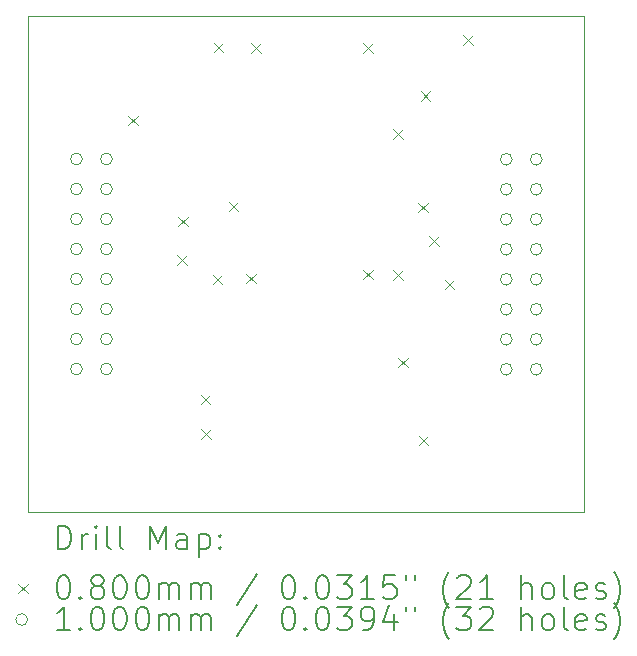
<source format=gbr>
%FSLAX45Y45*%
G04 Gerber Fmt 4.5, Leading zero omitted, Abs format (unit mm)*
G04 Created by KiCad (PCBNEW (6.0.6)) date 2023-08-29 14:40:33*
%MOMM*%
%LPD*%
G01*
G04 APERTURE LIST*
%TA.AperFunction,Profile*%
%ADD10C,0.100000*%
%TD*%
%ADD11C,0.200000*%
%ADD12C,0.080000*%
%ADD13C,0.100000*%
G04 APERTURE END LIST*
D10*
X7572500Y-3170000D02*
X12277500Y-3170000D01*
X12277500Y-3170000D02*
X12277500Y-7370000D01*
X12277500Y-7370000D02*
X7572500Y-7370000D01*
X7572500Y-7370000D02*
X7572500Y-3170000D01*
D11*
D12*
X8420000Y-4015000D02*
X8500000Y-4095000D01*
X8500000Y-4015000D02*
X8420000Y-4095000D01*
X8835000Y-5195000D02*
X8915000Y-5275000D01*
X8915000Y-5195000D02*
X8835000Y-5275000D01*
X8845000Y-4870000D02*
X8925000Y-4950000D01*
X8925000Y-4870000D02*
X8845000Y-4950000D01*
X9035000Y-6375000D02*
X9115000Y-6455000D01*
X9115000Y-6375000D02*
X9035000Y-6455000D01*
X9040000Y-6670000D02*
X9120000Y-6750000D01*
X9120000Y-6670000D02*
X9040000Y-6750000D01*
X9134000Y-5361000D02*
X9214000Y-5441000D01*
X9214000Y-5361000D02*
X9134000Y-5441000D01*
X9143000Y-3395000D02*
X9223000Y-3475000D01*
X9223000Y-3395000D02*
X9143000Y-3475000D01*
X9270000Y-4740000D02*
X9350000Y-4820000D01*
X9350000Y-4740000D02*
X9270000Y-4820000D01*
X9420000Y-5350000D02*
X9500000Y-5430000D01*
X9500000Y-5350000D02*
X9420000Y-5430000D01*
X9460000Y-3399000D02*
X9540000Y-3479000D01*
X9540000Y-3399000D02*
X9460000Y-3479000D01*
X10410000Y-3399000D02*
X10490000Y-3479000D01*
X10490000Y-3399000D02*
X10410000Y-3479000D01*
X10411000Y-5319000D02*
X10491000Y-5399000D01*
X10491000Y-5319000D02*
X10411000Y-5399000D01*
X10662000Y-5324000D02*
X10742000Y-5404000D01*
X10742000Y-5324000D02*
X10662000Y-5404000D01*
X10665000Y-4130000D02*
X10745000Y-4210000D01*
X10745000Y-4130000D02*
X10665000Y-4210000D01*
X10705000Y-6065000D02*
X10785000Y-6145000D01*
X10785000Y-6065000D02*
X10705000Y-6145000D01*
X10875000Y-4750000D02*
X10955000Y-4830000D01*
X10955000Y-4750000D02*
X10875000Y-4830000D01*
X10880000Y-6725000D02*
X10960000Y-6805000D01*
X10960000Y-6725000D02*
X10880000Y-6805000D01*
X10895000Y-3805000D02*
X10975000Y-3885000D01*
X10975000Y-3805000D02*
X10895000Y-3885000D01*
X10970000Y-5035000D02*
X11050000Y-5115000D01*
X11050000Y-5035000D02*
X10970000Y-5115000D01*
X11100000Y-5403000D02*
X11180000Y-5483000D01*
X11180000Y-5403000D02*
X11100000Y-5483000D01*
X11257000Y-3333000D02*
X11337000Y-3413000D01*
X11337000Y-3333000D02*
X11257000Y-3413000D01*
D13*
X8031000Y-4379500D02*
G75*
G03*
X8031000Y-4379500I-50000J0D01*
G01*
X8031000Y-4633500D02*
G75*
G03*
X8031000Y-4633500I-50000J0D01*
G01*
X8031000Y-4887500D02*
G75*
G03*
X8031000Y-4887500I-50000J0D01*
G01*
X8031000Y-5141500D02*
G75*
G03*
X8031000Y-5141500I-50000J0D01*
G01*
X8031000Y-5395500D02*
G75*
G03*
X8031000Y-5395500I-50000J0D01*
G01*
X8031000Y-5649500D02*
G75*
G03*
X8031000Y-5649500I-50000J0D01*
G01*
X8031000Y-5903500D02*
G75*
G03*
X8031000Y-5903500I-50000J0D01*
G01*
X8031000Y-6157500D02*
G75*
G03*
X8031000Y-6157500I-50000J0D01*
G01*
X8285000Y-4379500D02*
G75*
G03*
X8285000Y-4379500I-50000J0D01*
G01*
X8285000Y-4633500D02*
G75*
G03*
X8285000Y-4633500I-50000J0D01*
G01*
X8285000Y-4887500D02*
G75*
G03*
X8285000Y-4887500I-50000J0D01*
G01*
X8285000Y-5141500D02*
G75*
G03*
X8285000Y-5141500I-50000J0D01*
G01*
X8285000Y-5395500D02*
G75*
G03*
X8285000Y-5395500I-50000J0D01*
G01*
X8285000Y-5649500D02*
G75*
G03*
X8285000Y-5649500I-50000J0D01*
G01*
X8285000Y-5903500D02*
G75*
G03*
X8285000Y-5903500I-50000J0D01*
G01*
X8285000Y-6157500D02*
G75*
G03*
X8285000Y-6157500I-50000J0D01*
G01*
X11670000Y-4382500D02*
G75*
G03*
X11670000Y-4382500I-50000J0D01*
G01*
X11670000Y-4636500D02*
G75*
G03*
X11670000Y-4636500I-50000J0D01*
G01*
X11670000Y-4890500D02*
G75*
G03*
X11670000Y-4890500I-50000J0D01*
G01*
X11670000Y-5144500D02*
G75*
G03*
X11670000Y-5144500I-50000J0D01*
G01*
X11670000Y-5398500D02*
G75*
G03*
X11670000Y-5398500I-50000J0D01*
G01*
X11670000Y-5652500D02*
G75*
G03*
X11670000Y-5652500I-50000J0D01*
G01*
X11670000Y-5906500D02*
G75*
G03*
X11670000Y-5906500I-50000J0D01*
G01*
X11670000Y-6160500D02*
G75*
G03*
X11670000Y-6160500I-50000J0D01*
G01*
X11924000Y-4382500D02*
G75*
G03*
X11924000Y-4382500I-50000J0D01*
G01*
X11924000Y-4636500D02*
G75*
G03*
X11924000Y-4636500I-50000J0D01*
G01*
X11924000Y-4890500D02*
G75*
G03*
X11924000Y-4890500I-50000J0D01*
G01*
X11924000Y-5144500D02*
G75*
G03*
X11924000Y-5144500I-50000J0D01*
G01*
X11924000Y-5398500D02*
G75*
G03*
X11924000Y-5398500I-50000J0D01*
G01*
X11924000Y-5652500D02*
G75*
G03*
X11924000Y-5652500I-50000J0D01*
G01*
X11924000Y-5906500D02*
G75*
G03*
X11924000Y-5906500I-50000J0D01*
G01*
X11924000Y-6160500D02*
G75*
G03*
X11924000Y-6160500I-50000J0D01*
G01*
D11*
X7825119Y-7685476D02*
X7825119Y-7485476D01*
X7872738Y-7485476D01*
X7901309Y-7495000D01*
X7920357Y-7514048D01*
X7929881Y-7533095D01*
X7939405Y-7571190D01*
X7939405Y-7599762D01*
X7929881Y-7637857D01*
X7920357Y-7656905D01*
X7901309Y-7675952D01*
X7872738Y-7685476D01*
X7825119Y-7685476D01*
X8025119Y-7685476D02*
X8025119Y-7552143D01*
X8025119Y-7590238D02*
X8034643Y-7571190D01*
X8044167Y-7561667D01*
X8063214Y-7552143D01*
X8082262Y-7552143D01*
X8148928Y-7685476D02*
X8148928Y-7552143D01*
X8148928Y-7485476D02*
X8139405Y-7495000D01*
X8148928Y-7504524D01*
X8158452Y-7495000D01*
X8148928Y-7485476D01*
X8148928Y-7504524D01*
X8272738Y-7685476D02*
X8253690Y-7675952D01*
X8244167Y-7656905D01*
X8244167Y-7485476D01*
X8377500Y-7685476D02*
X8358452Y-7675952D01*
X8348928Y-7656905D01*
X8348928Y-7485476D01*
X8606071Y-7685476D02*
X8606071Y-7485476D01*
X8672738Y-7628333D01*
X8739405Y-7485476D01*
X8739405Y-7685476D01*
X8920357Y-7685476D02*
X8920357Y-7580714D01*
X8910833Y-7561667D01*
X8891786Y-7552143D01*
X8853690Y-7552143D01*
X8834643Y-7561667D01*
X8920357Y-7675952D02*
X8901310Y-7685476D01*
X8853690Y-7685476D01*
X8834643Y-7675952D01*
X8825119Y-7656905D01*
X8825119Y-7637857D01*
X8834643Y-7618809D01*
X8853690Y-7609286D01*
X8901310Y-7609286D01*
X8920357Y-7599762D01*
X9015595Y-7552143D02*
X9015595Y-7752143D01*
X9015595Y-7561667D02*
X9034643Y-7552143D01*
X9072738Y-7552143D01*
X9091786Y-7561667D01*
X9101310Y-7571190D01*
X9110833Y-7590238D01*
X9110833Y-7647381D01*
X9101310Y-7666428D01*
X9091786Y-7675952D01*
X9072738Y-7685476D01*
X9034643Y-7685476D01*
X9015595Y-7675952D01*
X9196548Y-7666428D02*
X9206071Y-7675952D01*
X9196548Y-7685476D01*
X9187024Y-7675952D01*
X9196548Y-7666428D01*
X9196548Y-7685476D01*
X9196548Y-7561667D02*
X9206071Y-7571190D01*
X9196548Y-7580714D01*
X9187024Y-7571190D01*
X9196548Y-7561667D01*
X9196548Y-7580714D01*
D12*
X7487500Y-7975000D02*
X7567500Y-8055000D01*
X7567500Y-7975000D02*
X7487500Y-8055000D01*
D11*
X7863214Y-7905476D02*
X7882262Y-7905476D01*
X7901309Y-7915000D01*
X7910833Y-7924524D01*
X7920357Y-7943571D01*
X7929881Y-7981667D01*
X7929881Y-8029286D01*
X7920357Y-8067381D01*
X7910833Y-8086428D01*
X7901309Y-8095952D01*
X7882262Y-8105476D01*
X7863214Y-8105476D01*
X7844167Y-8095952D01*
X7834643Y-8086428D01*
X7825119Y-8067381D01*
X7815595Y-8029286D01*
X7815595Y-7981667D01*
X7825119Y-7943571D01*
X7834643Y-7924524D01*
X7844167Y-7915000D01*
X7863214Y-7905476D01*
X8015595Y-8086428D02*
X8025119Y-8095952D01*
X8015595Y-8105476D01*
X8006071Y-8095952D01*
X8015595Y-8086428D01*
X8015595Y-8105476D01*
X8139405Y-7991190D02*
X8120357Y-7981667D01*
X8110833Y-7972143D01*
X8101309Y-7953095D01*
X8101309Y-7943571D01*
X8110833Y-7924524D01*
X8120357Y-7915000D01*
X8139405Y-7905476D01*
X8177500Y-7905476D01*
X8196548Y-7915000D01*
X8206071Y-7924524D01*
X8215595Y-7943571D01*
X8215595Y-7953095D01*
X8206071Y-7972143D01*
X8196548Y-7981667D01*
X8177500Y-7991190D01*
X8139405Y-7991190D01*
X8120357Y-8000714D01*
X8110833Y-8010238D01*
X8101309Y-8029286D01*
X8101309Y-8067381D01*
X8110833Y-8086428D01*
X8120357Y-8095952D01*
X8139405Y-8105476D01*
X8177500Y-8105476D01*
X8196548Y-8095952D01*
X8206071Y-8086428D01*
X8215595Y-8067381D01*
X8215595Y-8029286D01*
X8206071Y-8010238D01*
X8196548Y-8000714D01*
X8177500Y-7991190D01*
X8339405Y-7905476D02*
X8358452Y-7905476D01*
X8377500Y-7915000D01*
X8387024Y-7924524D01*
X8396548Y-7943571D01*
X8406071Y-7981667D01*
X8406071Y-8029286D01*
X8396548Y-8067381D01*
X8387024Y-8086428D01*
X8377500Y-8095952D01*
X8358452Y-8105476D01*
X8339405Y-8105476D01*
X8320357Y-8095952D01*
X8310833Y-8086428D01*
X8301309Y-8067381D01*
X8291786Y-8029286D01*
X8291786Y-7981667D01*
X8301309Y-7943571D01*
X8310833Y-7924524D01*
X8320357Y-7915000D01*
X8339405Y-7905476D01*
X8529881Y-7905476D02*
X8548929Y-7905476D01*
X8567976Y-7915000D01*
X8577500Y-7924524D01*
X8587024Y-7943571D01*
X8596548Y-7981667D01*
X8596548Y-8029286D01*
X8587024Y-8067381D01*
X8577500Y-8086428D01*
X8567976Y-8095952D01*
X8548929Y-8105476D01*
X8529881Y-8105476D01*
X8510833Y-8095952D01*
X8501310Y-8086428D01*
X8491786Y-8067381D01*
X8482262Y-8029286D01*
X8482262Y-7981667D01*
X8491786Y-7943571D01*
X8501310Y-7924524D01*
X8510833Y-7915000D01*
X8529881Y-7905476D01*
X8682262Y-8105476D02*
X8682262Y-7972143D01*
X8682262Y-7991190D02*
X8691786Y-7981667D01*
X8710833Y-7972143D01*
X8739405Y-7972143D01*
X8758452Y-7981667D01*
X8767976Y-8000714D01*
X8767976Y-8105476D01*
X8767976Y-8000714D02*
X8777500Y-7981667D01*
X8796548Y-7972143D01*
X8825119Y-7972143D01*
X8844167Y-7981667D01*
X8853690Y-8000714D01*
X8853690Y-8105476D01*
X8948929Y-8105476D02*
X8948929Y-7972143D01*
X8948929Y-7991190D02*
X8958452Y-7981667D01*
X8977500Y-7972143D01*
X9006071Y-7972143D01*
X9025119Y-7981667D01*
X9034643Y-8000714D01*
X9034643Y-8105476D01*
X9034643Y-8000714D02*
X9044167Y-7981667D01*
X9063214Y-7972143D01*
X9091786Y-7972143D01*
X9110833Y-7981667D01*
X9120357Y-8000714D01*
X9120357Y-8105476D01*
X9510833Y-7895952D02*
X9339405Y-8153095D01*
X9767976Y-7905476D02*
X9787024Y-7905476D01*
X9806071Y-7915000D01*
X9815595Y-7924524D01*
X9825119Y-7943571D01*
X9834643Y-7981667D01*
X9834643Y-8029286D01*
X9825119Y-8067381D01*
X9815595Y-8086428D01*
X9806071Y-8095952D01*
X9787024Y-8105476D01*
X9767976Y-8105476D01*
X9748929Y-8095952D01*
X9739405Y-8086428D01*
X9729881Y-8067381D01*
X9720357Y-8029286D01*
X9720357Y-7981667D01*
X9729881Y-7943571D01*
X9739405Y-7924524D01*
X9748929Y-7915000D01*
X9767976Y-7905476D01*
X9920357Y-8086428D02*
X9929881Y-8095952D01*
X9920357Y-8105476D01*
X9910833Y-8095952D01*
X9920357Y-8086428D01*
X9920357Y-8105476D01*
X10053690Y-7905476D02*
X10072738Y-7905476D01*
X10091786Y-7915000D01*
X10101310Y-7924524D01*
X10110833Y-7943571D01*
X10120357Y-7981667D01*
X10120357Y-8029286D01*
X10110833Y-8067381D01*
X10101310Y-8086428D01*
X10091786Y-8095952D01*
X10072738Y-8105476D01*
X10053690Y-8105476D01*
X10034643Y-8095952D01*
X10025119Y-8086428D01*
X10015595Y-8067381D01*
X10006071Y-8029286D01*
X10006071Y-7981667D01*
X10015595Y-7943571D01*
X10025119Y-7924524D01*
X10034643Y-7915000D01*
X10053690Y-7905476D01*
X10187024Y-7905476D02*
X10310833Y-7905476D01*
X10244167Y-7981667D01*
X10272738Y-7981667D01*
X10291786Y-7991190D01*
X10301310Y-8000714D01*
X10310833Y-8019762D01*
X10310833Y-8067381D01*
X10301310Y-8086428D01*
X10291786Y-8095952D01*
X10272738Y-8105476D01*
X10215595Y-8105476D01*
X10196548Y-8095952D01*
X10187024Y-8086428D01*
X10501310Y-8105476D02*
X10387024Y-8105476D01*
X10444167Y-8105476D02*
X10444167Y-7905476D01*
X10425119Y-7934048D01*
X10406071Y-7953095D01*
X10387024Y-7962619D01*
X10682262Y-7905476D02*
X10587024Y-7905476D01*
X10577500Y-8000714D01*
X10587024Y-7991190D01*
X10606071Y-7981667D01*
X10653690Y-7981667D01*
X10672738Y-7991190D01*
X10682262Y-8000714D01*
X10691786Y-8019762D01*
X10691786Y-8067381D01*
X10682262Y-8086428D01*
X10672738Y-8095952D01*
X10653690Y-8105476D01*
X10606071Y-8105476D01*
X10587024Y-8095952D01*
X10577500Y-8086428D01*
X10767976Y-7905476D02*
X10767976Y-7943571D01*
X10844167Y-7905476D02*
X10844167Y-7943571D01*
X11139405Y-8181667D02*
X11129881Y-8172143D01*
X11110833Y-8143571D01*
X11101310Y-8124524D01*
X11091786Y-8095952D01*
X11082262Y-8048333D01*
X11082262Y-8010238D01*
X11091786Y-7962619D01*
X11101310Y-7934048D01*
X11110833Y-7915000D01*
X11129881Y-7886428D01*
X11139405Y-7876905D01*
X11206071Y-7924524D02*
X11215595Y-7915000D01*
X11234643Y-7905476D01*
X11282262Y-7905476D01*
X11301309Y-7915000D01*
X11310833Y-7924524D01*
X11320357Y-7943571D01*
X11320357Y-7962619D01*
X11310833Y-7991190D01*
X11196548Y-8105476D01*
X11320357Y-8105476D01*
X11510833Y-8105476D02*
X11396548Y-8105476D01*
X11453690Y-8105476D02*
X11453690Y-7905476D01*
X11434643Y-7934048D01*
X11415595Y-7953095D01*
X11396548Y-7962619D01*
X11748928Y-8105476D02*
X11748928Y-7905476D01*
X11834643Y-8105476D02*
X11834643Y-8000714D01*
X11825119Y-7981667D01*
X11806071Y-7972143D01*
X11777500Y-7972143D01*
X11758452Y-7981667D01*
X11748928Y-7991190D01*
X11958452Y-8105476D02*
X11939405Y-8095952D01*
X11929881Y-8086428D01*
X11920357Y-8067381D01*
X11920357Y-8010238D01*
X11929881Y-7991190D01*
X11939405Y-7981667D01*
X11958452Y-7972143D01*
X11987024Y-7972143D01*
X12006071Y-7981667D01*
X12015595Y-7991190D01*
X12025119Y-8010238D01*
X12025119Y-8067381D01*
X12015595Y-8086428D01*
X12006071Y-8095952D01*
X11987024Y-8105476D01*
X11958452Y-8105476D01*
X12139405Y-8105476D02*
X12120357Y-8095952D01*
X12110833Y-8076905D01*
X12110833Y-7905476D01*
X12291786Y-8095952D02*
X12272738Y-8105476D01*
X12234643Y-8105476D01*
X12215595Y-8095952D01*
X12206071Y-8076905D01*
X12206071Y-8000714D01*
X12215595Y-7981667D01*
X12234643Y-7972143D01*
X12272738Y-7972143D01*
X12291786Y-7981667D01*
X12301309Y-8000714D01*
X12301309Y-8019762D01*
X12206071Y-8038809D01*
X12377500Y-8095952D02*
X12396548Y-8105476D01*
X12434643Y-8105476D01*
X12453690Y-8095952D01*
X12463214Y-8076905D01*
X12463214Y-8067381D01*
X12453690Y-8048333D01*
X12434643Y-8038809D01*
X12406071Y-8038809D01*
X12387024Y-8029286D01*
X12377500Y-8010238D01*
X12377500Y-8000714D01*
X12387024Y-7981667D01*
X12406071Y-7972143D01*
X12434643Y-7972143D01*
X12453690Y-7981667D01*
X12529881Y-8181667D02*
X12539405Y-8172143D01*
X12558452Y-8143571D01*
X12567976Y-8124524D01*
X12577500Y-8095952D01*
X12587024Y-8048333D01*
X12587024Y-8010238D01*
X12577500Y-7962619D01*
X12567976Y-7934048D01*
X12558452Y-7915000D01*
X12539405Y-7886428D01*
X12529881Y-7876905D01*
D13*
X7567500Y-8279000D02*
G75*
G03*
X7567500Y-8279000I-50000J0D01*
G01*
D11*
X7929881Y-8369476D02*
X7815595Y-8369476D01*
X7872738Y-8369476D02*
X7872738Y-8169476D01*
X7853690Y-8198048D01*
X7834643Y-8217095D01*
X7815595Y-8226619D01*
X8015595Y-8350428D02*
X8025119Y-8359952D01*
X8015595Y-8369476D01*
X8006071Y-8359952D01*
X8015595Y-8350428D01*
X8015595Y-8369476D01*
X8148928Y-8169476D02*
X8167976Y-8169476D01*
X8187024Y-8179000D01*
X8196548Y-8188524D01*
X8206071Y-8207571D01*
X8215595Y-8245667D01*
X8215595Y-8293286D01*
X8206071Y-8331381D01*
X8196548Y-8350428D01*
X8187024Y-8359952D01*
X8167976Y-8369476D01*
X8148928Y-8369476D01*
X8129881Y-8359952D01*
X8120357Y-8350428D01*
X8110833Y-8331381D01*
X8101309Y-8293286D01*
X8101309Y-8245667D01*
X8110833Y-8207571D01*
X8120357Y-8188524D01*
X8129881Y-8179000D01*
X8148928Y-8169476D01*
X8339405Y-8169476D02*
X8358452Y-8169476D01*
X8377500Y-8179000D01*
X8387024Y-8188524D01*
X8396548Y-8207571D01*
X8406071Y-8245667D01*
X8406071Y-8293286D01*
X8396548Y-8331381D01*
X8387024Y-8350428D01*
X8377500Y-8359952D01*
X8358452Y-8369476D01*
X8339405Y-8369476D01*
X8320357Y-8359952D01*
X8310833Y-8350428D01*
X8301309Y-8331381D01*
X8291786Y-8293286D01*
X8291786Y-8245667D01*
X8301309Y-8207571D01*
X8310833Y-8188524D01*
X8320357Y-8179000D01*
X8339405Y-8169476D01*
X8529881Y-8169476D02*
X8548929Y-8169476D01*
X8567976Y-8179000D01*
X8577500Y-8188524D01*
X8587024Y-8207571D01*
X8596548Y-8245667D01*
X8596548Y-8293286D01*
X8587024Y-8331381D01*
X8577500Y-8350428D01*
X8567976Y-8359952D01*
X8548929Y-8369476D01*
X8529881Y-8369476D01*
X8510833Y-8359952D01*
X8501310Y-8350428D01*
X8491786Y-8331381D01*
X8482262Y-8293286D01*
X8482262Y-8245667D01*
X8491786Y-8207571D01*
X8501310Y-8188524D01*
X8510833Y-8179000D01*
X8529881Y-8169476D01*
X8682262Y-8369476D02*
X8682262Y-8236143D01*
X8682262Y-8255190D02*
X8691786Y-8245667D01*
X8710833Y-8236143D01*
X8739405Y-8236143D01*
X8758452Y-8245667D01*
X8767976Y-8264714D01*
X8767976Y-8369476D01*
X8767976Y-8264714D02*
X8777500Y-8245667D01*
X8796548Y-8236143D01*
X8825119Y-8236143D01*
X8844167Y-8245667D01*
X8853690Y-8264714D01*
X8853690Y-8369476D01*
X8948929Y-8369476D02*
X8948929Y-8236143D01*
X8948929Y-8255190D02*
X8958452Y-8245667D01*
X8977500Y-8236143D01*
X9006071Y-8236143D01*
X9025119Y-8245667D01*
X9034643Y-8264714D01*
X9034643Y-8369476D01*
X9034643Y-8264714D02*
X9044167Y-8245667D01*
X9063214Y-8236143D01*
X9091786Y-8236143D01*
X9110833Y-8245667D01*
X9120357Y-8264714D01*
X9120357Y-8369476D01*
X9510833Y-8159952D02*
X9339405Y-8417095D01*
X9767976Y-8169476D02*
X9787024Y-8169476D01*
X9806071Y-8179000D01*
X9815595Y-8188524D01*
X9825119Y-8207571D01*
X9834643Y-8245667D01*
X9834643Y-8293286D01*
X9825119Y-8331381D01*
X9815595Y-8350428D01*
X9806071Y-8359952D01*
X9787024Y-8369476D01*
X9767976Y-8369476D01*
X9748929Y-8359952D01*
X9739405Y-8350428D01*
X9729881Y-8331381D01*
X9720357Y-8293286D01*
X9720357Y-8245667D01*
X9729881Y-8207571D01*
X9739405Y-8188524D01*
X9748929Y-8179000D01*
X9767976Y-8169476D01*
X9920357Y-8350428D02*
X9929881Y-8359952D01*
X9920357Y-8369476D01*
X9910833Y-8359952D01*
X9920357Y-8350428D01*
X9920357Y-8369476D01*
X10053690Y-8169476D02*
X10072738Y-8169476D01*
X10091786Y-8179000D01*
X10101310Y-8188524D01*
X10110833Y-8207571D01*
X10120357Y-8245667D01*
X10120357Y-8293286D01*
X10110833Y-8331381D01*
X10101310Y-8350428D01*
X10091786Y-8359952D01*
X10072738Y-8369476D01*
X10053690Y-8369476D01*
X10034643Y-8359952D01*
X10025119Y-8350428D01*
X10015595Y-8331381D01*
X10006071Y-8293286D01*
X10006071Y-8245667D01*
X10015595Y-8207571D01*
X10025119Y-8188524D01*
X10034643Y-8179000D01*
X10053690Y-8169476D01*
X10187024Y-8169476D02*
X10310833Y-8169476D01*
X10244167Y-8245667D01*
X10272738Y-8245667D01*
X10291786Y-8255190D01*
X10301310Y-8264714D01*
X10310833Y-8283762D01*
X10310833Y-8331381D01*
X10301310Y-8350428D01*
X10291786Y-8359952D01*
X10272738Y-8369476D01*
X10215595Y-8369476D01*
X10196548Y-8359952D01*
X10187024Y-8350428D01*
X10406071Y-8369476D02*
X10444167Y-8369476D01*
X10463214Y-8359952D01*
X10472738Y-8350428D01*
X10491786Y-8321857D01*
X10501310Y-8283762D01*
X10501310Y-8207571D01*
X10491786Y-8188524D01*
X10482262Y-8179000D01*
X10463214Y-8169476D01*
X10425119Y-8169476D01*
X10406071Y-8179000D01*
X10396548Y-8188524D01*
X10387024Y-8207571D01*
X10387024Y-8255190D01*
X10396548Y-8274238D01*
X10406071Y-8283762D01*
X10425119Y-8293286D01*
X10463214Y-8293286D01*
X10482262Y-8283762D01*
X10491786Y-8274238D01*
X10501310Y-8255190D01*
X10672738Y-8236143D02*
X10672738Y-8369476D01*
X10625119Y-8159952D02*
X10577500Y-8302809D01*
X10701310Y-8302809D01*
X10767976Y-8169476D02*
X10767976Y-8207571D01*
X10844167Y-8169476D02*
X10844167Y-8207571D01*
X11139405Y-8445667D02*
X11129881Y-8436143D01*
X11110833Y-8407571D01*
X11101310Y-8388524D01*
X11091786Y-8359952D01*
X11082262Y-8312333D01*
X11082262Y-8274238D01*
X11091786Y-8226619D01*
X11101310Y-8198048D01*
X11110833Y-8179000D01*
X11129881Y-8150428D01*
X11139405Y-8140905D01*
X11196548Y-8169476D02*
X11320357Y-8169476D01*
X11253690Y-8245667D01*
X11282262Y-8245667D01*
X11301309Y-8255190D01*
X11310833Y-8264714D01*
X11320357Y-8283762D01*
X11320357Y-8331381D01*
X11310833Y-8350428D01*
X11301309Y-8359952D01*
X11282262Y-8369476D01*
X11225119Y-8369476D01*
X11206071Y-8359952D01*
X11196548Y-8350428D01*
X11396548Y-8188524D02*
X11406071Y-8179000D01*
X11425119Y-8169476D01*
X11472738Y-8169476D01*
X11491786Y-8179000D01*
X11501309Y-8188524D01*
X11510833Y-8207571D01*
X11510833Y-8226619D01*
X11501309Y-8255190D01*
X11387024Y-8369476D01*
X11510833Y-8369476D01*
X11748928Y-8369476D02*
X11748928Y-8169476D01*
X11834643Y-8369476D02*
X11834643Y-8264714D01*
X11825119Y-8245667D01*
X11806071Y-8236143D01*
X11777500Y-8236143D01*
X11758452Y-8245667D01*
X11748928Y-8255190D01*
X11958452Y-8369476D02*
X11939405Y-8359952D01*
X11929881Y-8350428D01*
X11920357Y-8331381D01*
X11920357Y-8274238D01*
X11929881Y-8255190D01*
X11939405Y-8245667D01*
X11958452Y-8236143D01*
X11987024Y-8236143D01*
X12006071Y-8245667D01*
X12015595Y-8255190D01*
X12025119Y-8274238D01*
X12025119Y-8331381D01*
X12015595Y-8350428D01*
X12006071Y-8359952D01*
X11987024Y-8369476D01*
X11958452Y-8369476D01*
X12139405Y-8369476D02*
X12120357Y-8359952D01*
X12110833Y-8340905D01*
X12110833Y-8169476D01*
X12291786Y-8359952D02*
X12272738Y-8369476D01*
X12234643Y-8369476D01*
X12215595Y-8359952D01*
X12206071Y-8340905D01*
X12206071Y-8264714D01*
X12215595Y-8245667D01*
X12234643Y-8236143D01*
X12272738Y-8236143D01*
X12291786Y-8245667D01*
X12301309Y-8264714D01*
X12301309Y-8283762D01*
X12206071Y-8302809D01*
X12377500Y-8359952D02*
X12396548Y-8369476D01*
X12434643Y-8369476D01*
X12453690Y-8359952D01*
X12463214Y-8340905D01*
X12463214Y-8331381D01*
X12453690Y-8312333D01*
X12434643Y-8302809D01*
X12406071Y-8302809D01*
X12387024Y-8293286D01*
X12377500Y-8274238D01*
X12377500Y-8264714D01*
X12387024Y-8245667D01*
X12406071Y-8236143D01*
X12434643Y-8236143D01*
X12453690Y-8245667D01*
X12529881Y-8445667D02*
X12539405Y-8436143D01*
X12558452Y-8407571D01*
X12567976Y-8388524D01*
X12577500Y-8359952D01*
X12587024Y-8312333D01*
X12587024Y-8274238D01*
X12577500Y-8226619D01*
X12567976Y-8198048D01*
X12558452Y-8179000D01*
X12539405Y-8150428D01*
X12529881Y-8140905D01*
M02*

</source>
